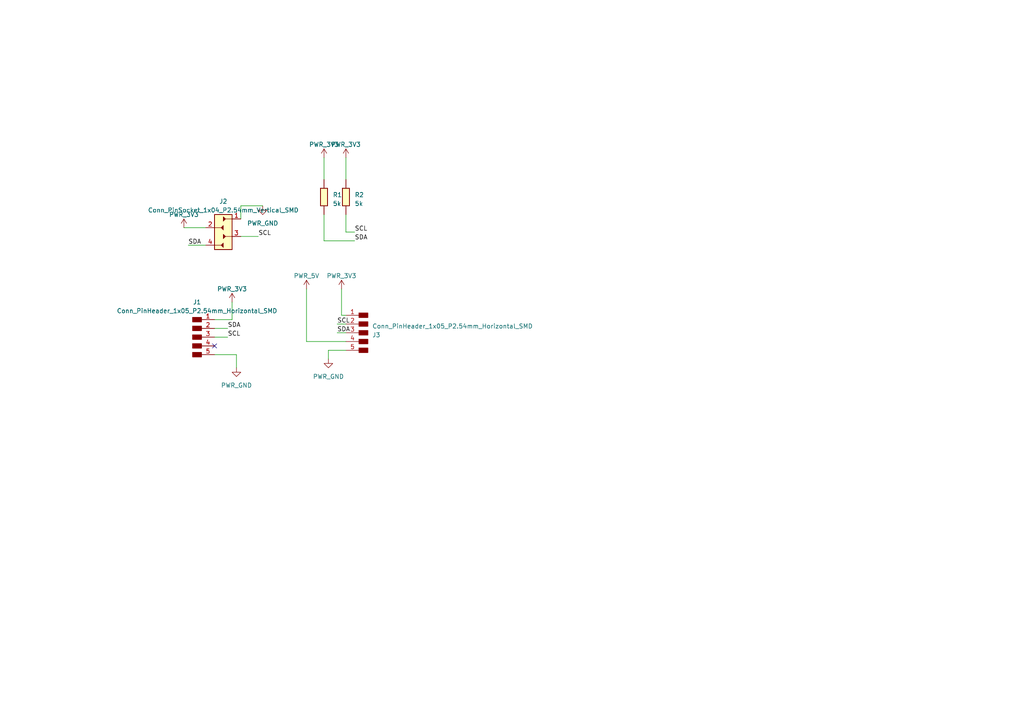
<source format=kicad_sch>
(kicad_sch (version 20230121) (generator eeschema)
  (paper "A4")
  (lib_symbols
    (symbol "fab:Conn_PinHeader_1x05_P2.54mm_Horizontal_SMD" (pin_names hide)
      (property "Reference" "J" (at 0 7.62 0))
      (property "Value" "Conn_PinHeader_1x05_P2.54mm_Horizontal_SMD" (at 0 -7.62 0))
      (symbol "Conn_PinHeader_1x05_P2.54mm_Horizontal_SMD_1_1"
        (rectangle (start -1.27 -4.445) (end 1.27 -5.715) (stroke (width 0.254)) (fill (type outline)))
        (rectangle (start -1.27 -1.905) (end 1.27 -3.175) (stroke (width 0.254)) (fill (type outline)))
        (rectangle (start -1.27 0.635) (end 1.27 -0.635) (stroke (width 0.254)) (fill (type outline)))
        (rectangle (start -1.27 3.175) (end 1.27 1.905) (stroke (width 0.254)) (fill (type outline)))
        (rectangle (start -1.27 5.715) (end 1.27 4.445) (stroke (width 0.254)) (fill (type outline)))
        (pin passive line (at 5.08 5.08 180) (length 3.81) (name "Pin_1") (number "1"))
        (pin passive line (at 5.08 2.54 180) (length 3.81) (name "Pin_2") (number "2"))
        (pin passive line (at 5.08 0 180) (length 3.81) (name "Pin_3") (number "3"))
        (pin passive line (at 5.08 -2.54 180) (length 3.81) (name "Pin_4") (number "4"))
        (pin passive line (at 5.08 -5.08 180) (length 3.81) (name "Pin_5") (number "5"))
      )
    )
    (symbol "fab:Conn_PinSocket_1x04_P2.54mm_Vertical_SMD" (pin_names hide)
      (property "Reference" "J" (at 0 6.35 0))
      (property "Value" "Conn_PinSocket_1x04_P2.54mm_Vertical_SMD" (at 0 -6.35 0))
      (symbol "Conn_PinSocket_1x04_P2.54mm_Vertical_SMD_0_0"
        (rectangle (start -2.54 5.08) (end 2.54 -5.08) (stroke (width 0.254)) (fill (type background)))
        (polyline (pts (xy 0 -3.81) (xy -2.54 -3.81)))
        (polyline (pts (xy 0 1.27) (xy -2.54 1.27)))
        (polyline (pts (xy 2.54 -1.27) (xy 0 -1.27)))
        (polyline (pts (xy 2.54 3.81) (xy 0 3.81)))
        (polyline (pts (xy 0 -4.445) (xy -0.635 -3.81) (xy 0 -3.175) (xy 0 -4.445)) (fill (type outline)))
        (polyline (pts (xy 0 -1.905) (xy 0.635 -1.27) (xy 0 -0.635) (xy 0 -1.905)) (fill (type outline)))
        (polyline (pts (xy 0 0.635) (xy -0.635 1.27) (xy 0 1.905) (xy 0 0.635)) (fill (type outline)))
        (polyline (pts (xy 0 3.175) (xy 0.635 3.81) (xy 0 4.445) (xy 0 3.175)) (fill (type outline)))
      )
      (symbol "Conn_PinSocket_1x04_P2.54mm_Vertical_SMD_1_1"
        (pin passive line (at 5.08 3.81 180) (length 2.54) (name "Pin_1") (number "1"))
        (pin passive line (at -5.08 1.27 0) (length 2.54) (name "Pin_2") (number "2"))
        (pin passive line (at 5.08 -1.27 180) (length 2.54) (name "Pin_1") (number "3"))
        (pin passive line (at -5.08 -3.81 0) (length 2.54) (name "Pin_2") (number "4"))
      )
    )
    (symbol "fab:PWR_3V3" (power) (pin_names (offset 0))
      (property "Value" "PWR_3V3" (at 0 3.556 0))
      (symbol "PWR_3V3_0_1"
        (polyline (pts (xy -0.762 1.27) (xy 0 2.54)))
        (polyline (pts (xy 0 0) (xy 0 2.54)))
        (polyline (pts (xy 0 2.54) (xy 0.762 1.27)))
      )
      (symbol "PWR_3V3_1_1"
        (pin power_in line (at 0 0 90) (length 0) hide (name "PWR_3V3") (number "1"))
      )
    )
    (symbol "fab:PWR_5V" (power) (pin_names (offset 0))
      (property "Value" "PWR_5V" (at 0 3.556 0))
      (symbol "PWR_5V_0_1"
        (polyline (pts (xy -0.762 1.27) (xy 0 2.54)))
        (polyline (pts (xy 0 0) (xy 0 2.54)))
        (polyline (pts (xy 0 2.54) (xy 0.762 1.27)))
      )
      (symbol "PWR_5V_1_1"
        (pin power_in line (at 0 0 90) (length 0) hide (name "PWR_5V") (number "1"))
      )
    )
    (symbol "fab:PWR_GND" (power) (pin_names (offset 0))
      (property "Value" "PWR_GND" (at 0 -3.81 0))
      (symbol "PWR_GND_0_1"
        (polyline (pts (xy 0 0) (xy 0 -1.27) (xy 1.27 -1.27) (xy 0 -2.54) (xy -1.27 -1.27) (xy 0 -1.27)))
      )
      (symbol "PWR_GND_1_1"
        (pin power_in line (at 0 0 270) (length 0) hide (name "PWR_GND") (number "1"))
      )
    )
    (symbol "fab:R_1206" (pin_numbers hide) (pin_names (offset 0))
      (property "Reference" "R" (at 2.54 0 90))
      (property "Value" "R_1206" (at -2.54 0 90))
      (symbol "R_1206_0_1"
        (rectangle (start -1.016 -2.54) (end 1.016 2.54) (stroke (width 0.254)) (fill (type background)))
      )
      (symbol "R_1206_1_1"
        (pin passive line (at 0 5.08 270) (length 2.54) (name "~") (number "1"))
        (pin passive line (at 0 -5.08 90) (length 2.54) (name "~") (number "2"))
      )
    )
  )
  (no_connect (at 62.23 100.33))
  (wire (pts (xy 95.25 101.6) (xy 95.25 104.14)))
  (wire (pts (xy 62.23 92.71) (xy 67.31 92.71)))
  (wire (pts (xy 99.06 91.44) (xy 100.33 91.44)))
  (wire (pts (xy 62.23 95.25) (xy 66.04 95.25)))
  (wire (pts (xy 97.79 96.52) (xy 100.33 96.52)))
  (wire (pts (xy 100.33 45.72) (xy 100.33 52.07)))
  (wire (pts (xy 93.98 45.72) (xy 93.98 52.07)))
  (wire (pts (xy 68.58 102.87) (xy 62.23 102.87)))
  (wire (pts (xy 100.33 67.31) (xy 102.87 67.31)))
  (wire (pts (xy 100.33 62.23) (xy 100.33 67.31)))
  (wire (pts (xy 99.06 83.82) (xy 99.06 91.44)))
  (wire (pts (xy 93.98 69.85) (xy 102.87 69.85)))
  (wire (pts (xy 97.79 93.98) (xy 100.33 93.98)))
  (wire (pts (xy 69.85 63.5) (xy 69.85 59.69)))
  (wire (pts (xy 62.23 97.79) (xy 66.04 97.79)))
  (wire (pts (xy 69.85 59.69) (xy 76.2 59.69)))
  (wire (pts (xy 54.61 71.12) (xy 59.69 71.12)))
  (wire (pts (xy 53.34 66.04) (xy 59.69 66.04)))
  (wire (pts (xy 68.58 106.68) (xy 68.58 102.87)))
  (wire (pts (xy 100.33 101.6) (xy 95.25 101.6)))
  (wire (pts (xy 88.9 99.06) (xy 100.33 99.06)))
  (wire (pts (xy 69.85 68.58) (xy 74.93 68.58)))
  (wire (pts (xy 88.9 83.82) (xy 88.9 99.06)))
  (wire (pts (xy 67.31 87.63) (xy 67.31 92.71)))
  (wire (pts (xy 93.98 62.23) (xy 93.98 69.85)))
  (label "SDA" (at 97.79 96.52 0))
  (label "SCL" (at 102.87 67.31 0))
  (label "SCL" (at 74.93 68.58 0))
  (label "SDA" (at 102.87 69.85 0))
  (label "SCL" (at 97.79 93.98 0))
  (label "SCL" (at 66.04 97.79 0))
  (label "SDA" (at 54.61 71.12 0))
  (label "SDA" (at 66.04 95.25 0))
  (symbol (lib_id "fab:PWR_5V") (at 88.9 83.82 0) (unit 1)
    (property "Reference" "#PWR04" (effects hide))
    (property "Value" "PWR_5V" (at 88.9 80.01 0))
  )
  (symbol (lib_id "fab:PWR_GND") (at 76.2 59.69 0) (unit 1)
    (property "Reference" "#PWR03" (effects hide))
    (property "Value" "PWR_GND" (at 76.2 64.77 0))
  )
  (symbol (lib_id "fab:PWR_3V3") (at 100.33 45.72 0) (unit 1)
    (property "Reference" "#PWR09" (effects hide))
    (property "Value" "PWR_3V3" (at 100.33 41.91 0))
  )
  (symbol (lib_id "fab:Conn_PinHeader_1x05_P2.54mm_Horizontal_SMD") (at 57.15 97.79 0) (unit 1)
    (property "Reference" "J1" (at 57.15 87.63 0))
    (property "Value" "Conn_PinHeader_1x05_P2.54mm_Horizontal_SMD" (at 57.15 90.17 0))
    (property "Footprint" "fab:PinHeader_1x05_P2.54mm_Horizontal_SMD" (effects hide))
  )
  (symbol (lib_id "fab:PWR_GND") (at 68.58 106.68 0) (unit 1)
    (property "Reference" "#PWR02" (effects hide))
    (property "Value" "PWR_GND" (at 68.58 111.76 0))
  )
  (symbol (lib_id "fab:Conn_PinSocket_1x04_P2.54mm_Vertical_SMD") (at 64.77 67.31 0) (unit 1)
    (property "Reference" "J2" (at 64.77 58.42 0))
    (property "Value" "Conn_PinSocket_1x04_P2.54mm_Vertical_SMD" (at 64.77 60.96 0))
    (property "Footprint" "fab:PinSocket_1x04_P2.54mm_Vertical_SMD" (effects hide))
    (property "Datasheet" "https://media.digikey.com/pdf/Data%20Sheets/Sullins%20PDFs/NPxCxx1KFXx-RC%2010487-D.pdf" (effects hide))
  )
  (symbol (lib_id "fab:PWR_3V3") (at 93.98 45.72 0) (unit 1)
    (property "Reference" "#PWR08" (effects hide))
    (property "Value" "PWR_3V3" (at 93.98 41.91 0))
  )
  (symbol (lib_id "fab:PWR_3V3") (at 53.34 66.04 0) (unit 1)
    (property "Reference" "#PWR07" (effects hide))
    (property "Value" "PWR_3V3" (at 53.34 62.23 0))
  )
  (symbol (lib_id "fab:PWR_3V3") (at 67.31 87.63 0) (unit 1)
    (property "Reference" "#PWR01" (effects hide))
    (property "Value" "PWR_3V3" (at 67.31 83.82 0))
  )
  (symbol (lib_id "fab:PWR_3V3") (at 99.06 83.82 0) (unit 1)
    (property "Reference" "#PWR06" (effects hide))
    (property "Value" "PWR_3V3" (at 99.06 80.01 0))
  )
  (symbol (lib_id "fab:Conn_PinHeader_1x05_P2.54mm_Horizontal_SMD") (at 105.41 96.52 0) (mirror y) (unit 1)
    (property "Reference" "J3" (at 107.95 97.155 0) (effects (justify right)))
    (property "Value" "Conn_PinHeader_1x05_P2.54mm_Horizontal_SMD" (at 107.95 94.615 0) (effects (justify right)))
    (property "Footprint" "fab:PinHeader_1x05_P2.54mm_Horizontal_SMD" (effects hide))
  )
  (symbol (lib_id "fab:R_1206") (at 100.33 57.15 0) (unit 1)
    (property "Reference" "R2" (at 102.87 56.515 0) (effects (justify left)))
    (property "Value" "5k" (at 102.87 59.055 0) (effects (justify left)))
    (property "Footprint" "fab:R_1206" (effects hide))
  )
  (symbol (lib_id "fab:R_1206") (at 93.98 57.15 0) (unit 1)
    (property "Reference" "R1" (at 96.52 56.515 0) (effects (justify left)))
    (property "Value" "5k" (at 96.52 59.055 0) (effects (justify left)))
    (property "Footprint" "fab:R_1206" (effects hide))
  )
  (symbol (lib_id "fab:PWR_GND") (at 95.25 104.14 0) (unit 1)
    (property "Reference" "#PWR05" (effects hide))
    (property "Value" "PWR_GND" (at 95.25 109.22 0))
  )
)
</source>
